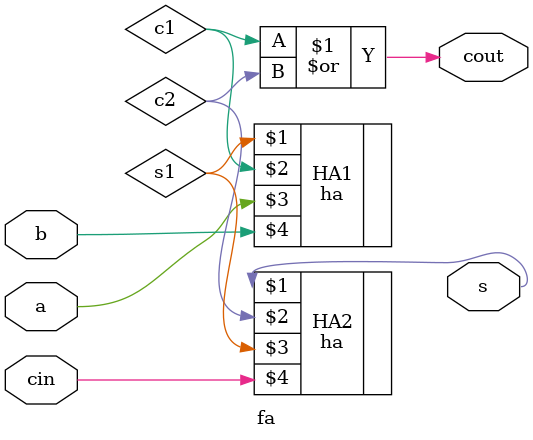
<source format=v>
module fa(s,cout,a,b,cin);

input a,b,cin;

output s,cout;

ha HA1(s1,c1,a,b);
ha HA2(s,c2,s1,cin);
or G1(cout,c1,c2);

endmodule
</source>
